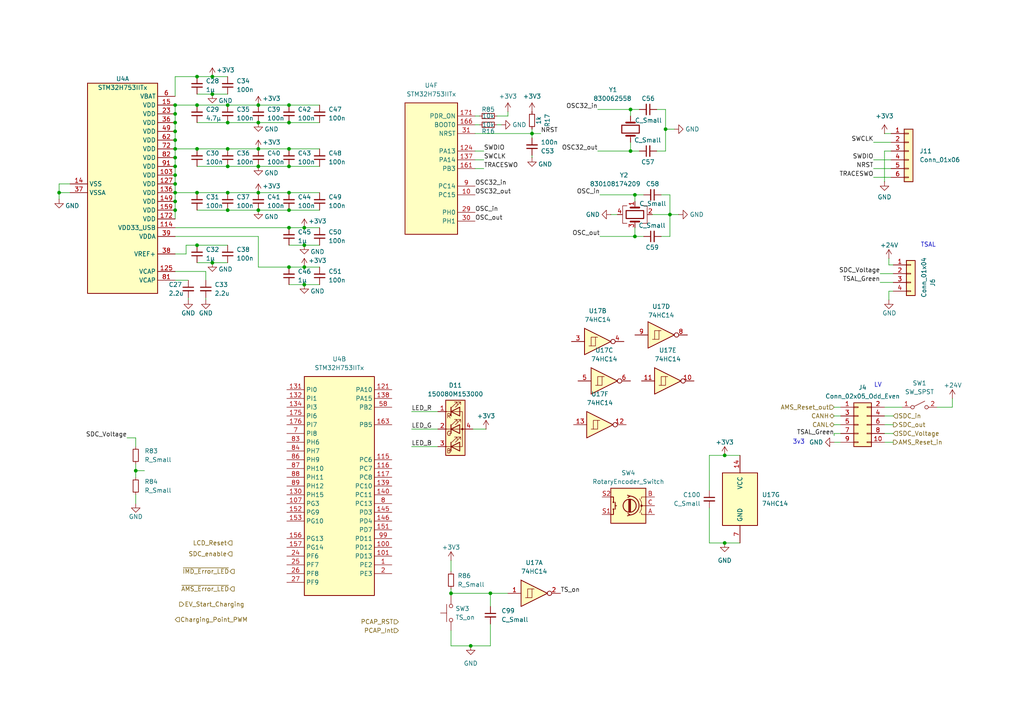
<source format=kicad_sch>
(kicad_sch
	(version 20231120)
	(generator "eeschema")
	(generator_version "8.0")
	(uuid "35b8a975-a1f8-4a47-8395-8e1ea283b386")
	(paper "A4")
	
	(junction
		(at 50.8 58.42)
		(diameter 0)
		(color 0 0 0 0)
		(uuid "0639ff6d-0fa4-4a92-9101-ae69b2e89fd2")
	)
	(junction
		(at 130.81 172.085)
		(diameter 0)
		(color 0 0 0 0)
		(uuid "0da62957-c2c4-4942-91bd-ffb8d4251c5e")
	)
	(junction
		(at 61.595 22.225)
		(diameter 0)
		(color 0 0 0 0)
		(uuid "0fb52946-5285-4acc-80fc-8023aaa28b8f")
	)
	(junction
		(at 57.15 30.48)
		(diameter 0)
		(color 0 0 0 0)
		(uuid "1277a601-4d5f-42fb-a0c5-a1f18ba0016e")
	)
	(junction
		(at 17.145 55.88)
		(diameter 0)
		(color 0 0 0 0)
		(uuid "2796a69f-5a9c-488e-9ca8-97c62d488f95")
	)
	(junction
		(at 210.185 132.08)
		(diameter 0)
		(color 0 0 0 0)
		(uuid "32af624e-2218-4443-87a1-2186e9d667d8")
	)
	(junction
		(at 39.37 136.525)
		(diameter 0)
		(color 0 0 0 0)
		(uuid "38d409b5-2312-4643-b1fc-fd0131fce598")
	)
	(junction
		(at 57.15 55.88)
		(diameter 0)
		(color 0 0 0 0)
		(uuid "3a44a5b6-35e6-477b-bf34-724cef99df7e")
	)
	(junction
		(at 50.8 30.48)
		(diameter 0)
		(color 0 0 0 0)
		(uuid "3b2e415b-e57a-4f5e-b680-987d6e0ee75d")
	)
	(junction
		(at 66.04 43.18)
		(diameter 0)
		(color 0 0 0 0)
		(uuid "412c5816-2822-46ca-a32f-61cb431bfe1e")
	)
	(junction
		(at 50.8 33.02)
		(diameter 0)
		(color 0 0 0 0)
		(uuid "430d2d22-0f07-45e6-a066-ebb18e98b45d")
	)
	(junction
		(at 83.82 77.47)
		(diameter 0)
		(color 0 0 0 0)
		(uuid "432f5d77-435d-4ec6-8d84-c3578eca972e")
	)
	(junction
		(at 74.93 48.26)
		(diameter 0)
		(color 0 0 0 0)
		(uuid "43f5a8a8-38be-4f74-81aa-71bbc42e5709")
	)
	(junction
		(at 88.265 82.55)
		(diameter 0)
		(color 0 0 0 0)
		(uuid "4904ae19-57ee-4766-a793-026af6184969")
	)
	(junction
		(at 50.8 55.88)
		(diameter 0)
		(color 0 0 0 0)
		(uuid "4a33e8c1-b15f-4db0-b29d-1dd2148aad9a")
	)
	(junction
		(at 74.93 55.88)
		(diameter 0)
		(color 0 0 0 0)
		(uuid "4bd9b2ee-526d-4e54-8543-852c7a6f1074")
	)
	(junction
		(at 50.8 38.1)
		(diameter 0)
		(color 0 0 0 0)
		(uuid "4bef900f-dc66-42af-b560-e8cc8d6a6bce")
	)
	(junction
		(at 50.8 35.56)
		(diameter 0)
		(color 0 0 0 0)
		(uuid "4c2b925c-0792-420d-8f18-1f562d9b6ba2")
	)
	(junction
		(at 88.265 71.12)
		(diameter 0)
		(color 0 0 0 0)
		(uuid "4ff38491-b732-4bec-930a-4ca407ceb858")
	)
	(junction
		(at 193.04 37.465)
		(diameter 0)
		(color 0 0 0 0)
		(uuid "556ed635-fced-44e3-845c-f708c990d149")
	)
	(junction
		(at 210.185 157.48)
		(diameter 0)
		(color 0 0 0 0)
		(uuid "57546ade-761b-45ef-9890-daec7eb5d082")
	)
	(junction
		(at 83.82 66.04)
		(diameter 0)
		(color 0 0 0 0)
		(uuid "58f143f7-5a5b-4ff8-89cf-03a63964eb53")
	)
	(junction
		(at 184.15 56.515)
		(diameter 0)
		(color 0 0 0 0)
		(uuid "592f8bd9-4310-4fe4-b840-3718d5a08ff0")
	)
	(junction
		(at 74.93 35.56)
		(diameter 0)
		(color 0 0 0 0)
		(uuid "5a46c399-0f9f-4049-86b9-32bfb792b0a4")
	)
	(junction
		(at 57.15 22.225)
		(diameter 0)
		(color 0 0 0 0)
		(uuid "5ee7831a-b9cd-4699-8b90-ccd7a33a516a")
	)
	(junction
		(at 83.82 60.96)
		(diameter 0)
		(color 0 0 0 0)
		(uuid "62af3ba4-2380-4137-9c4c-8f703fa148db")
	)
	(junction
		(at 74.93 30.48)
		(diameter 0)
		(color 0 0 0 0)
		(uuid "6b4ae941-68bd-4806-b564-6051c3e374f6")
	)
	(junction
		(at 50.8 45.72)
		(diameter 0)
		(color 0 0 0 0)
		(uuid "6e7d6e8b-008e-46f2-97bf-300e301fcdc5")
	)
	(junction
		(at 61.595 27.305)
		(diameter 0)
		(color 0 0 0 0)
		(uuid "84972f59-b0b8-441f-aae9-7917b0ac015f")
	)
	(junction
		(at 74.93 43.18)
		(diameter 0)
		(color 0 0 0 0)
		(uuid "84d185bd-171c-460f-91bf-66aa757880e7")
	)
	(junction
		(at 66.04 35.56)
		(diameter 0)
		(color 0 0 0 0)
		(uuid "8a3e42ba-433e-476e-bec8-923cd84f46fb")
	)
	(junction
		(at 50.8 50.8)
		(diameter 0)
		(color 0 0 0 0)
		(uuid "93864b3d-3224-4702-bf3d-2ed04340069c")
	)
	(junction
		(at 88.265 77.47)
		(diameter 0)
		(color 0 0 0 0)
		(uuid "9e0818cf-2913-43d0-81ad-5fd7c6a3ddb1")
	)
	(junction
		(at 136.525 187.325)
		(diameter 0)
		(color 0 0 0 0)
		(uuid "a2af58c6-5f1e-4b3e-b0c0-12a279005486")
	)
	(junction
		(at 66.04 48.26)
		(diameter 0)
		(color 0 0 0 0)
		(uuid "a8da62c7-b5b2-4a05-8568-ce944b258201")
	)
	(junction
		(at 184.15 68.58)
		(diameter 0)
		(color 0 0 0 0)
		(uuid "ac9f37a4-8446-4a5b-a6ff-9f608799a097")
	)
	(junction
		(at 50.8 48.26)
		(diameter 0)
		(color 0 0 0 0)
		(uuid "b510fd1a-117a-465f-a751-9a561bd2ac96")
	)
	(junction
		(at 50.8 40.64)
		(diameter 0)
		(color 0 0 0 0)
		(uuid "b530e2a2-741c-4c76-ace0-7d60e6d206ce")
	)
	(junction
		(at 83.82 55.88)
		(diameter 0)
		(color 0 0 0 0)
		(uuid "bca7b570-75fa-40a7-a5dd-b415eee9e6fa")
	)
	(junction
		(at 83.82 48.26)
		(diameter 0)
		(color 0 0 0 0)
		(uuid "bcf0274b-9b82-4ddd-b442-da13a9d22e46")
	)
	(junction
		(at 57.15 71.12)
		(diameter 0)
		(color 0 0 0 0)
		(uuid "bdeb1722-eb35-4647-a7e0-350ed2e01785")
	)
	(junction
		(at 194.31 62.23)
		(diameter 0)
		(color 0 0 0 0)
		(uuid "c2234057-b903-484a-a2e3-a32a8859901c")
	)
	(junction
		(at 74.93 60.96)
		(diameter 0)
		(color 0 0 0 0)
		(uuid "c55b6c0a-705b-4ad7-afc8-beda683bc62e")
	)
	(junction
		(at 57.15 43.18)
		(diameter 0)
		(color 0 0 0 0)
		(uuid "ced6b67c-b589-447b-b173-eb3d5278bd77")
	)
	(junction
		(at 88.265 66.04)
		(diameter 0)
		(color 0 0 0 0)
		(uuid "ceeeb9fd-c3cf-438c-9822-df85739f3524")
	)
	(junction
		(at 154.305 38.735)
		(diameter 0)
		(color 0 0 0 0)
		(uuid "d01fb329-49c1-4312-9a86-8c2522e92a75")
	)
	(junction
		(at 182.88 43.815)
		(diameter 0)
		(color 0 0 0 0)
		(uuid "d62f36d0-5342-483c-96b2-d979dd1cfd28")
	)
	(junction
		(at 182.88 31.75)
		(diameter 0)
		(color 0 0 0 0)
		(uuid "d7b6fc6c-855c-4ad5-b8db-ffb1631d4d8e")
	)
	(junction
		(at 61.595 76.2)
		(diameter 0)
		(color 0 0 0 0)
		(uuid "dc976682-daa7-427b-b632-e4e6f1b2f4a5")
	)
	(junction
		(at 142.24 172.085)
		(diameter 0)
		(color 0 0 0 0)
		(uuid "ddd035ed-81df-49e3-9245-82755440f4a5")
	)
	(junction
		(at 50.8 53.34)
		(diameter 0)
		(color 0 0 0 0)
		(uuid "e0d34c7c-a2c8-4d45-a4be-7edc074c7759")
	)
	(junction
		(at 83.82 30.48)
		(diameter 0)
		(color 0 0 0 0)
		(uuid "e6ae9a3e-d48c-4e18-9235-74fe81b4c978")
	)
	(junction
		(at 50.8 60.96)
		(diameter 0)
		(color 0 0 0 0)
		(uuid "eea696d1-0980-4f7d-9ba9-1ff3dcb2b606")
	)
	(junction
		(at 66.04 55.88)
		(diameter 0)
		(color 0 0 0 0)
		(uuid "f3f74bf6-10b1-4218-bfb6-61ef3118c054")
	)
	(junction
		(at 66.04 60.96)
		(diameter 0)
		(color 0 0 0 0)
		(uuid "f5150f2b-4683-49e5-a470-3066104142ee")
	)
	(junction
		(at 50.8 43.18)
		(diameter 0)
		(color 0 0 0 0)
		(uuid "f5abb69e-3023-40b6-8c88-ffed31815111")
	)
	(junction
		(at 66.04 30.48)
		(diameter 0)
		(color 0 0 0 0)
		(uuid "f71381d7-d154-4117-8ffa-0d9e641e8953")
	)
	(junction
		(at 83.82 43.18)
		(diameter 0)
		(color 0 0 0 0)
		(uuid "fa07ce36-60e8-4ebb-8b80-5cc0f863054d")
	)
	(junction
		(at 83.82 35.56)
		(diameter 0)
		(color 0 0 0 0)
		(uuid "fea021c6-6169-4cbd-bd9b-0c0e6e7bdfc0")
	)
	(wire
		(pts
			(xy 17.145 53.34) (xy 17.145 55.88)
		)
		(stroke
			(width 0)
			(type default)
		)
		(uuid "032e93c1-425f-4fcb-aba6-03ae1c74082b")
	)
	(wire
		(pts
			(xy 50.8 48.26) (xy 50.8 50.8)
		)
		(stroke
			(width 0)
			(type default)
		)
		(uuid "04debeef-549a-4c39-927b-69f1f0139e70")
	)
	(wire
		(pts
			(xy 119.38 129.54) (xy 127 129.54)
		)
		(stroke
			(width 0)
			(type default)
		)
		(uuid "05c2eb4c-a567-4a7b-9a8b-6cba89516905")
	)
	(wire
		(pts
			(xy 210.185 132.08) (xy 205.74 132.08)
		)
		(stroke
			(width 0)
			(type default)
		)
		(uuid "07a82d9a-9ca8-4d08-8726-f180541b7083")
	)
	(wire
		(pts
			(xy 83.82 82.55) (xy 88.265 82.55)
		)
		(stroke
			(width 0)
			(type default)
		)
		(uuid "0897e0f0-120b-400e-bb14-897e40e7b02d")
	)
	(wire
		(pts
			(xy 50.8 43.18) (xy 50.8 45.72)
		)
		(stroke
			(width 0)
			(type default)
		)
		(uuid "097118d6-edc8-4348-b70f-10344c435092")
	)
	(wire
		(pts
			(xy 276.225 118.11) (xy 271.78 118.11)
		)
		(stroke
			(width 0)
			(type default)
		)
		(uuid "0abfaed6-42e2-4ebd-ac06-07b93585aba9")
	)
	(wire
		(pts
			(xy 142.24 172.085) (xy 147.32 172.085)
		)
		(stroke
			(width 0)
			(type default)
		)
		(uuid "0e5f22db-72f3-49e0-b658-3e455ab37c78")
	)
	(wire
		(pts
			(xy 193.04 31.75) (xy 190.5 31.75)
		)
		(stroke
			(width 0)
			(type default)
		)
		(uuid "0f6e8366-0d81-4da7-9f30-62173a06d853")
	)
	(wire
		(pts
			(xy 173.355 43.815) (xy 182.88 43.815)
		)
		(stroke
			(width 0)
			(type default)
		)
		(uuid "0f761e8c-44a9-43ba-8303-ba52fba04da2")
	)
	(wire
		(pts
			(xy 83.82 30.48) (xy 92.71 30.48)
		)
		(stroke
			(width 0)
			(type default)
		)
		(uuid "0fa1f5e0-0ffe-4f7d-bf74-e541cdb35448")
	)
	(wire
		(pts
			(xy 57.15 27.305) (xy 61.595 27.305)
		)
		(stroke
			(width 0)
			(type default)
		)
		(uuid "104524c5-4e85-46bb-8fcf-6e42d9b60b65")
	)
	(wire
		(pts
			(xy 182.88 41.275) (xy 182.88 43.815)
		)
		(stroke
			(width 0)
			(type default)
		)
		(uuid "11e88f10-3504-432d-b8ed-d3a2e1236c08")
	)
	(wire
		(pts
			(xy 205.74 147.32) (xy 205.74 157.48)
		)
		(stroke
			(width 0)
			(type default)
		)
		(uuid "12993ed2-1dc1-4d0e-86ff-959c1d8c40f6")
	)
	(wire
		(pts
			(xy 185.42 31.75) (xy 182.88 31.75)
		)
		(stroke
			(width 0)
			(type default)
		)
		(uuid "13465972-5b15-4360-a8d8-10dafd7f715f")
	)
	(wire
		(pts
			(xy 50.8 78.74) (xy 59.69 78.74)
		)
		(stroke
			(width 0)
			(type default)
		)
		(uuid "148b4878-4176-450e-a5d5-e6bfe383516f")
	)
	(wire
		(pts
			(xy 276.225 115.57) (xy 276.225 118.11)
		)
		(stroke
			(width 0)
			(type default)
		)
		(uuid "149f6158-2d55-4904-9005-6a7af8f5b0bd")
	)
	(wire
		(pts
			(xy 50.8 68.58) (xy 74.93 68.58)
		)
		(stroke
			(width 0)
			(type default)
		)
		(uuid "17aaff2b-efe1-44db-8c2b-80df99259895")
	)
	(wire
		(pts
			(xy 257.81 86.995) (xy 257.81 84.455)
		)
		(stroke
			(width 0)
			(type default)
		)
		(uuid "17af4a42-5d6e-4b1d-a623-823e298f89ff")
	)
	(wire
		(pts
			(xy 88.265 66.04) (xy 92.71 66.04)
		)
		(stroke
			(width 0)
			(type default)
		)
		(uuid "1a1d5fa7-6a93-453f-bf03-bdc034a2e77b")
	)
	(wire
		(pts
			(xy 83.82 55.88) (xy 92.71 55.88)
		)
		(stroke
			(width 0)
			(type default)
		)
		(uuid "1c4dff5e-c946-4edf-b17e-21144a60469e")
	)
	(wire
		(pts
			(xy 241.935 120.65) (xy 243.84 120.65)
		)
		(stroke
			(width 0)
			(type default)
		)
		(uuid "1d2e0e02-2515-4d66-aeb3-65162d89a3f4")
	)
	(wire
		(pts
			(xy 147.32 33.655) (xy 144.145 33.655)
		)
		(stroke
			(width 0)
			(type default)
		)
		(uuid "1f04f8da-308f-4d4b-b645-ba6a9e3ab5d0")
	)
	(wire
		(pts
			(xy 66.04 30.48) (xy 74.93 30.48)
		)
		(stroke
			(width 0)
			(type default)
		)
		(uuid "1faf3668-c96e-4421-a896-b7c77f08f668")
	)
	(wire
		(pts
			(xy 50.8 81.28) (xy 54.61 81.28)
		)
		(stroke
			(width 0)
			(type default)
		)
		(uuid "1ffb5664-1168-4c3c-85d6-4fdbdf0c4e6e")
	)
	(wire
		(pts
			(xy 255.27 79.375) (xy 259.08 79.375)
		)
		(stroke
			(width 0)
			(type default)
		)
		(uuid "24d23fd4-dde8-468b-82b9-b8390fc82a84")
	)
	(wire
		(pts
			(xy 173.99 68.58) (xy 184.15 68.58)
		)
		(stroke
			(width 0)
			(type default)
		)
		(uuid "253dfb7b-e994-492e-9366-0b579cd2b921")
	)
	(wire
		(pts
			(xy 137.795 48.895) (xy 140.335 48.895)
		)
		(stroke
			(width 0)
			(type default)
		)
		(uuid "2648ca35-0d3b-41fc-a0c7-4426c47646af")
	)
	(wire
		(pts
			(xy 154.305 37.465) (xy 154.305 38.735)
		)
		(stroke
			(width 0)
			(type default)
		)
		(uuid "26c33951-823a-4537-8b37-6d067360a301")
	)
	(wire
		(pts
			(xy 50.8 22.225) (xy 57.15 22.225)
		)
		(stroke
			(width 0)
			(type default)
		)
		(uuid "309416c5-01a5-479d-b151-4aa15c679aae")
	)
	(wire
		(pts
			(xy 74.93 77.47) (xy 83.82 77.47)
		)
		(stroke
			(width 0)
			(type default)
		)
		(uuid "310b3c16-f636-42e3-92d9-8323bba36848")
	)
	(wire
		(pts
			(xy 66.04 35.56) (xy 74.93 35.56)
		)
		(stroke
			(width 0)
			(type default)
		)
		(uuid "330ea2aa-85e8-4ceb-99f4-7100f8ce0417")
	)
	(wire
		(pts
			(xy 154.305 38.735) (xy 156.845 38.735)
		)
		(stroke
			(width 0)
			(type default)
		)
		(uuid "347806f3-c012-4e14-b373-8933bd8734e0")
	)
	(wire
		(pts
			(xy 61.595 22.225) (xy 66.04 22.225)
		)
		(stroke
			(width 0)
			(type default)
		)
		(uuid "36718045-fcd1-41c9-be9f-27d2b1210fea")
	)
	(wire
		(pts
			(xy 66.04 55.88) (xy 74.93 55.88)
		)
		(stroke
			(width 0)
			(type default)
		)
		(uuid "36d2f170-42d7-42b6-bedf-1e807c2cdfa4")
	)
	(wire
		(pts
			(xy 50.8 40.64) (xy 50.8 43.18)
		)
		(stroke
			(width 0)
			(type default)
		)
		(uuid "3ef07bc0-0d1b-4958-a3ce-4224cfe09f5c")
	)
	(wire
		(pts
			(xy 137.795 36.195) (xy 139.065 36.195)
		)
		(stroke
			(width 0)
			(type default)
		)
		(uuid "403943a3-7606-4350-b9f9-7a83a426e950")
	)
	(wire
		(pts
			(xy 57.15 71.12) (xy 66.04 71.12)
		)
		(stroke
			(width 0)
			(type default)
		)
		(uuid "41a4017a-ed14-481c-94d2-358f975fdabf")
	)
	(wire
		(pts
			(xy 142.24 180.975) (xy 142.24 187.325)
		)
		(stroke
			(width 0)
			(type default)
		)
		(uuid "42a6c1c1-0bec-4a64-ba97-022485632b2c")
	)
	(wire
		(pts
			(xy 88.265 77.47) (xy 92.71 77.47)
		)
		(stroke
			(width 0)
			(type default)
		)
		(uuid "4744999c-668b-4ef7-aadc-3605c6b773bc")
	)
	(wire
		(pts
			(xy 241.935 125.73) (xy 243.84 125.73)
		)
		(stroke
			(width 0)
			(type default)
		)
		(uuid "4a8c75fc-97c8-4a4c-ae30-d2dd3740701b")
	)
	(wire
		(pts
			(xy 83.82 66.04) (xy 88.265 66.04)
		)
		(stroke
			(width 0)
			(type default)
		)
		(uuid "4b920d01-933a-491c-99e7-03b14beb823a")
	)
	(wire
		(pts
			(xy 20.32 55.88) (xy 17.145 55.88)
		)
		(stroke
			(width 0)
			(type default)
		)
		(uuid "4d5c3bc0-56ca-42fc-9e4b-f425c7170797")
	)
	(wire
		(pts
			(xy 53.975 73.66) (xy 53.975 71.12)
		)
		(stroke
			(width 0)
			(type default)
		)
		(uuid "50907a1c-ae3b-4cb2-8b1f-a2bbd698e6e7")
	)
	(wire
		(pts
			(xy 193.04 37.465) (xy 193.04 31.75)
		)
		(stroke
			(width 0)
			(type default)
		)
		(uuid "50b98742-cad0-4c19-a7a0-a62a29ac5fcc")
	)
	(wire
		(pts
			(xy 39.37 146.05) (xy 39.37 143.51)
		)
		(stroke
			(width 0)
			(type default)
		)
		(uuid "55392592-7026-4f7e-ac69-d16b34d6c332")
	)
	(wire
		(pts
			(xy 186.69 56.515) (xy 184.15 56.515)
		)
		(stroke
			(width 0)
			(type default)
		)
		(uuid "555e9d66-742b-4eec-a060-e02888a73929")
	)
	(wire
		(pts
			(xy 137.795 43.815) (xy 140.335 43.815)
		)
		(stroke
			(width 0)
			(type default)
		)
		(uuid "57d04a43-6d2e-4867-91ea-a8b774abf2a0")
	)
	(wire
		(pts
			(xy 184.15 56.515) (xy 184.15 58.42)
		)
		(stroke
			(width 0)
			(type default)
		)
		(uuid "5a7fb71b-fa03-4ad2-9d6d-61e0ee9e0398")
	)
	(wire
		(pts
			(xy 61.595 76.2) (xy 66.04 76.2)
		)
		(stroke
			(width 0)
			(type default)
		)
		(uuid "5aff9e20-a3fa-44e2-b265-1bacc7296e59")
	)
	(wire
		(pts
			(xy 154.305 40.005) (xy 154.305 38.735)
		)
		(stroke
			(width 0)
			(type default)
		)
		(uuid "60b71a6b-1157-4946-bc97-0a3329be562e")
	)
	(wire
		(pts
			(xy 210.185 157.48) (xy 214.63 157.48)
		)
		(stroke
			(width 0)
			(type default)
		)
		(uuid "6135ec72-54f1-443e-a5b5-c37342bd387e")
	)
	(wire
		(pts
			(xy 74.93 30.48) (xy 83.82 30.48)
		)
		(stroke
			(width 0)
			(type default)
		)
		(uuid "6303d52b-100d-46f3-a928-30836b82f1cc")
	)
	(wire
		(pts
			(xy 83.82 48.26) (xy 92.71 48.26)
		)
		(stroke
			(width 0)
			(type default)
		)
		(uuid "6396b971-f44f-406f-9e4e-0613cb6bf000")
	)
	(wire
		(pts
			(xy 130.81 172.72) (xy 130.81 172.085)
		)
		(stroke
			(width 0)
			(type default)
		)
		(uuid "64e3a189-c1ad-459d-995d-a0035f523f27")
	)
	(wire
		(pts
			(xy 39.37 136.525) (xy 41.91 136.525)
		)
		(stroke
			(width 0)
			(type default)
		)
		(uuid "6625ace8-7df0-49fe-be18-552f69797353")
	)
	(wire
		(pts
			(xy 57.15 35.56) (xy 66.04 35.56)
		)
		(stroke
			(width 0)
			(type default)
		)
		(uuid "6806237e-7ade-4701-8b03-154f1dcd585d")
	)
	(wire
		(pts
			(xy 50.8 55.88) (xy 50.8 58.42)
		)
		(stroke
			(width 0)
			(type default)
		)
		(uuid "6a586c9f-68a8-4812-82a9-a5e31d2a3515")
	)
	(wire
		(pts
			(xy 137.16 124.46) (xy 140.97 124.46)
		)
		(stroke
			(width 0)
			(type default)
		)
		(uuid "6d45df03-d4db-468d-b940-85424d61490f")
	)
	(wire
		(pts
			(xy 147.32 32.385) (xy 147.32 33.655)
		)
		(stroke
			(width 0)
			(type default)
		)
		(uuid "6d4f3bce-43e5-4382-80fd-e1bf727cadaf")
	)
	(wire
		(pts
			(xy 255.27 81.915) (xy 259.08 81.915)
		)
		(stroke
			(width 0)
			(type default)
		)
		(uuid "6e4c3d8c-0039-454c-9ed5-ebed97a25dfd")
	)
	(wire
		(pts
			(xy 194.31 68.58) (xy 194.31 62.23)
		)
		(stroke
			(width 0)
			(type default)
		)
		(uuid "6e65cf2f-79a8-42d3-a1d9-dc3348bdfd63")
	)
	(wire
		(pts
			(xy 256.54 43.815) (xy 258.445 43.815)
		)
		(stroke
			(width 0)
			(type default)
		)
		(uuid "6f73b510-add9-447a-a656-606690f47875")
	)
	(wire
		(pts
			(xy 184.15 68.58) (xy 186.69 68.58)
		)
		(stroke
			(width 0)
			(type default)
		)
		(uuid "703d9349-c8a4-4a59-8d3d-5b12a6be4b90")
	)
	(wire
		(pts
			(xy 53.975 71.12) (xy 57.15 71.12)
		)
		(stroke
			(width 0)
			(type default)
		)
		(uuid "73b6ecd5-6c6d-4016-bd27-0a2d8d9f1dcb")
	)
	(wire
		(pts
			(xy 83.82 77.47) (xy 88.265 77.47)
		)
		(stroke
			(width 0)
			(type default)
		)
		(uuid "75c1b770-6d91-48ed-b5bb-2a7474ec1302")
	)
	(wire
		(pts
			(xy 83.82 35.56) (xy 92.71 35.56)
		)
		(stroke
			(width 0)
			(type default)
		)
		(uuid "79b4f1a0-ad3e-42ad-8d4d-96fdacee2d98")
	)
	(wire
		(pts
			(xy 50.8 73.66) (xy 53.975 73.66)
		)
		(stroke
			(width 0)
			(type default)
		)
		(uuid "7af938fc-d107-4e8b-b420-77fc02771c52")
	)
	(wire
		(pts
			(xy 173.99 56.515) (xy 184.15 56.515)
		)
		(stroke
			(width 0)
			(type default)
		)
		(uuid "83a55d68-4ab7-4179-9354-0c5cc77b1c73")
	)
	(wire
		(pts
			(xy 66.04 48.26) (xy 74.93 48.26)
		)
		(stroke
			(width 0)
			(type default)
		)
		(uuid "84e3fdd0-3727-441e-a756-9e0c64b0f45f")
	)
	(wire
		(pts
			(xy 136.525 187.325) (xy 142.24 187.325)
		)
		(stroke
			(width 0)
			(type default)
		)
		(uuid "86313ec9-c45c-40da-8b43-e3bfab508203")
	)
	(wire
		(pts
			(xy 137.795 46.355) (xy 140.335 46.355)
		)
		(stroke
			(width 0)
			(type default)
		)
		(uuid "88b8f5b6-3715-41e0-a3a8-0d0e3a6c1e02")
	)
	(wire
		(pts
			(xy 214.63 132.08) (xy 210.185 132.08)
		)
		(stroke
			(width 0)
			(type default)
		)
		(uuid "89e32d00-bc94-4885-82e0-5dd30728688e")
	)
	(wire
		(pts
			(xy 50.8 66.04) (xy 83.82 66.04)
		)
		(stroke
			(width 0)
			(type default)
		)
		(uuid "8b6d86c8-a76b-4172-a3e3-318a9ff50aa3")
	)
	(wire
		(pts
			(xy 119.38 119.38) (xy 127 119.38)
		)
		(stroke
			(width 0)
			(type default)
		)
		(uuid "8ebbf762-fbce-49fe-bfeb-dcdacafb24c4")
	)
	(wire
		(pts
			(xy 253.365 46.355) (xy 258.445 46.355)
		)
		(stroke
			(width 0)
			(type default)
		)
		(uuid "9010c615-b8dc-48be-91ed-68e32181e1d7")
	)
	(wire
		(pts
			(xy 184.15 66.04) (xy 184.15 68.58)
		)
		(stroke
			(width 0)
			(type default)
		)
		(uuid "901b9b2d-ac73-44b7-895b-ec05897b6639")
	)
	(wire
		(pts
			(xy 194.31 62.23) (xy 196.85 62.23)
		)
		(stroke
			(width 0)
			(type default)
		)
		(uuid "9093e411-b067-4966-8fa8-328292f3ebea")
	)
	(wire
		(pts
			(xy 50.8 53.34) (xy 50.8 55.88)
		)
		(stroke
			(width 0)
			(type default)
		)
		(uuid "90b8ebde-31c8-4847-a287-5f7fd9675ba3")
	)
	(wire
		(pts
			(xy 243.84 128.27) (xy 241.935 128.27)
		)
		(stroke
			(width 0)
			(type default)
		)
		(uuid "91741062-b740-4586-b9f4-922451ae440c")
	)
	(wire
		(pts
			(xy 88.265 71.12) (xy 92.71 71.12)
		)
		(stroke
			(width 0)
			(type default)
		)
		(uuid "973662df-2e27-4c95-a259-713a9d128e46")
	)
	(wire
		(pts
			(xy 205.74 132.08) (xy 205.74 142.24)
		)
		(stroke
			(width 0)
			(type default)
		)
		(uuid "978df144-cdde-4d69-8b01-c4fe7024360a")
	)
	(wire
		(pts
			(xy 182.88 43.815) (xy 185.42 43.815)
		)
		(stroke
			(width 0)
			(type default)
		)
		(uuid "97ede80a-b5b1-4149-b441-4a9a24261021")
	)
	(wire
		(pts
			(xy 17.145 55.88) (xy 17.145 57.785)
		)
		(stroke
			(width 0)
			(type default)
		)
		(uuid "98d5f97d-76ee-4339-9fcb-0aad1bffdd91")
	)
	(wire
		(pts
			(xy 257.81 74.93) (xy 257.81 76.835)
		)
		(stroke
			(width 0)
			(type default)
		)
		(uuid "9b45f6d1-d5f6-49df-b13f-a61d564c7e69")
	)
	(wire
		(pts
			(xy 194.31 62.23) (xy 189.23 62.23)
		)
		(stroke
			(width 0)
			(type default)
		)
		(uuid "9cc1ff3f-cefe-4a7e-b237-e926d6edbe05")
	)
	(wire
		(pts
			(xy 257.81 76.835) (xy 259.08 76.835)
		)
		(stroke
			(width 0)
			(type default)
		)
		(uuid "9d514266-0ddd-4350-a00d-f23dcaf52f6f")
	)
	(wire
		(pts
			(xy 241.935 126.365) (xy 241.935 125.73)
		)
		(stroke
			(width 0)
			(type default)
		)
		(uuid "9f544dbe-c4bf-4ea9-ae26-92987485c5f5")
	)
	(wire
		(pts
			(xy 50.8 45.72) (xy 50.8 48.26)
		)
		(stroke
			(width 0)
			(type default)
		)
		(uuid "9f9ae461-b89c-4786-9861-dda1960da6f7")
	)
	(wire
		(pts
			(xy 57.15 22.225) (xy 61.595 22.225)
		)
		(stroke
			(width 0)
			(type default)
		)
		(uuid "a10ab475-065e-44da-aa1e-4acd1b79678e")
	)
	(wire
		(pts
			(xy 74.93 60.96) (xy 83.82 60.96)
		)
		(stroke
			(width 0)
			(type default)
		)
		(uuid "a1794c33-030e-4353-b243-ecbb43184f8d")
	)
	(wire
		(pts
			(xy 142.24 172.085) (xy 142.24 175.895)
		)
		(stroke
			(width 0)
			(type default)
		)
		(uuid "a492a2d2-690f-48ce-8b67-44ff70ef9cd0")
	)
	(wire
		(pts
			(xy 83.82 71.12) (xy 88.265 71.12)
		)
		(stroke
			(width 0)
			(type default)
		)
		(uuid "a5b56033-b81b-415f-a7ab-e84f87f8230e")
	)
	(wire
		(pts
			(xy 194.31 62.23) (xy 194.31 56.515)
		)
		(stroke
			(width 0)
			(type default)
		)
		(uuid "a5ffdd7d-d73d-4f19-a48a-67b6dccc47b4")
	)
	(wire
		(pts
			(xy 39.37 129.54) (xy 39.37 127)
		)
		(stroke
			(width 0)
			(type default)
		)
		(uuid "a718020f-1fd0-4ca7-bf42-8f95f5bffabc")
	)
	(wire
		(pts
			(xy 137.795 38.735) (xy 154.305 38.735)
		)
		(stroke
			(width 0)
			(type default)
		)
		(uuid "a7538366-43ba-4f57-a90e-c52e3d942daa")
	)
	(wire
		(pts
			(xy 130.81 187.325) (xy 130.81 182.88)
		)
		(stroke
			(width 0)
			(type default)
		)
		(uuid "a87a4e21-be8f-4c97-aa39-590f7357b5aa")
	)
	(wire
		(pts
			(xy 57.15 30.48) (xy 66.04 30.48)
		)
		(stroke
			(width 0)
			(type default)
		)
		(uuid "a904c53b-8e3e-4bc5-a27f-7383e8f2953d")
	)
	(wire
		(pts
			(xy 256.54 118.11) (xy 261.62 118.11)
		)
		(stroke
			(width 0)
			(type default)
		)
		(uuid "aa32e37b-0a16-4d8d-9d0d-b8b5ce96dcc7")
	)
	(wire
		(pts
			(xy 74.93 35.56) (xy 83.82 35.56)
		)
		(stroke
			(width 0)
			(type default)
		)
		(uuid "abd2ae2c-7f6e-41ad-b5a6-a31e8ed94f3d")
	)
	(wire
		(pts
			(xy 57.15 55.88) (xy 66.04 55.88)
		)
		(stroke
			(width 0)
			(type default)
		)
		(uuid "ae0acb81-b15c-450b-a2ac-387ea9ab04b3")
	)
	(wire
		(pts
			(xy 50.8 43.18) (xy 57.15 43.18)
		)
		(stroke
			(width 0)
			(type default)
		)
		(uuid "aff8a17b-3015-4cf1-8e0d-8ef617a730ba")
	)
	(wire
		(pts
			(xy 193.04 37.465) (xy 195.58 37.465)
		)
		(stroke
			(width 0)
			(type default)
		)
		(uuid "b02cc84c-3b43-429e-8e86-e6e1d1ce361b")
	)
	(wire
		(pts
			(xy 50.8 30.48) (xy 50.8 33.02)
		)
		(stroke
			(width 0)
			(type default)
		)
		(uuid "b1ae31fb-1a94-46ff-a0d3-79e8bfa3c878")
	)
	(wire
		(pts
			(xy 74.93 68.58) (xy 74.93 77.47)
		)
		(stroke
			(width 0)
			(type default)
		)
		(uuid "b1dc4209-40df-4759-aea9-c51c8866f739")
	)
	(wire
		(pts
			(xy 61.595 27.305) (xy 66.04 27.305)
		)
		(stroke
			(width 0)
			(type default)
		)
		(uuid "b3d8913f-1aa7-40ac-99a2-1b72070425a2")
	)
	(wire
		(pts
			(xy 179.07 62.23) (xy 177.165 62.23)
		)
		(stroke
			(width 0)
			(type default)
		)
		(uuid "b44ddd19-f7b2-4443-823a-1c3e203348e6")
	)
	(wire
		(pts
			(xy 130.81 172.085) (xy 130.81 170.815)
		)
		(stroke
			(width 0)
			(type default)
		)
		(uuid "b7cba170-70ae-4972-b3c4-430afeae4177")
	)
	(wire
		(pts
			(xy 50.8 38.1) (xy 50.8 40.64)
		)
		(stroke
			(width 0)
			(type default)
		)
		(uuid "b9134148-0f84-422d-a32b-3fcf769797f7")
	)
	(wire
		(pts
			(xy 257.81 84.455) (xy 259.08 84.455)
		)
		(stroke
			(width 0)
			(type default)
		)
		(uuid "ba6006e7-4dd6-47cd-9a49-d472237f9fca")
	)
	(wire
		(pts
			(xy 130.81 162.56) (xy 130.81 165.735)
		)
		(stroke
			(width 0)
			(type default)
		)
		(uuid "bde2bf9b-c409-43da-8640-f9e35ca25886")
	)
	(wire
		(pts
			(xy 259.08 123.19) (xy 256.54 123.19)
		)
		(stroke
			(width 0)
			(type default)
		)
		(uuid "be3e7755-9ddd-4e14-bf63-c382e9a0fa96")
	)
	(wire
		(pts
			(xy 193.04 43.815) (xy 193.04 37.465)
		)
		(stroke
			(width 0)
			(type default)
		)
		(uuid "c05031d1-c5f7-4e32-97ca-5bd564c91da7")
	)
	(wire
		(pts
			(xy 66.04 43.18) (xy 74.93 43.18)
		)
		(stroke
			(width 0)
			(type default)
		)
		(uuid "c1d25501-d3fe-4f7d-9654-beb2d3627ac7")
	)
	(wire
		(pts
			(xy 39.37 138.43) (xy 39.37 136.525)
		)
		(stroke
			(width 0)
			(type default)
		)
		(uuid "c31f2617-caa5-4a7d-990a-868a5a780034")
	)
	(wire
		(pts
			(xy 50.8 27.94) (xy 50.8 22.225)
		)
		(stroke
			(width 0)
			(type default)
		)
		(uuid "c3796c48-a789-4b20-a083-0e1d425deda3")
	)
	(wire
		(pts
			(xy 253.365 41.275) (xy 258.445 41.275)
		)
		(stroke
			(width 0)
			(type default)
		)
		(uuid "c4cc7595-e852-46e0-a31f-7880cd8d32d8")
	)
	(wire
		(pts
			(xy 259.08 120.65) (xy 256.54 120.65)
		)
		(stroke
			(width 0)
			(type default)
		)
		(uuid "c65c5f2c-0fbe-4cfe-bc9d-11f7ed508b7e")
	)
	(wire
		(pts
			(xy 74.93 48.26) (xy 83.82 48.26)
		)
		(stroke
			(width 0)
			(type default)
		)
		(uuid "c669eee8-cc24-42bd-ab09-308673a75537")
	)
	(wire
		(pts
			(xy 59.69 86.36) (xy 59.69 86.995)
		)
		(stroke
			(width 0)
			(type default)
		)
		(uuid "c68610c4-f28d-43f9-bfa1-f701535aa437")
	)
	(wire
		(pts
			(xy 205.74 157.48) (xy 210.185 157.48)
		)
		(stroke
			(width 0)
			(type default)
		)
		(uuid "c6ac5b37-fed8-4471-a7d6-cd08d01fc0c8")
	)
	(wire
		(pts
			(xy 182.88 31.75) (xy 182.88 33.655)
		)
		(stroke
			(width 0)
			(type default)
		)
		(uuid "c746e32e-dd45-4e64-bb62-4f908a2c0b2f")
	)
	(wire
		(pts
			(xy 50.8 33.02) (xy 50.8 35.56)
		)
		(stroke
			(width 0)
			(type default)
		)
		(uuid "c7bd5086-ca38-44f5-870f-2f752df89d1b")
	)
	(wire
		(pts
			(xy 57.15 43.18) (xy 66.04 43.18)
		)
		(stroke
			(width 0)
			(type default)
		)
		(uuid "ca072fd7-5b8b-471b-929e-2aa276017629")
	)
	(wire
		(pts
			(xy 256.54 52.705) (xy 256.54 43.815)
		)
		(stroke
			(width 0)
			(type default)
		)
		(uuid "cb602a9a-e333-405a-af64-80e46bab2e85")
	)
	(wire
		(pts
			(xy 39.37 136.525) (xy 39.37 134.62)
		)
		(stroke
			(width 0)
			(type default)
		)
		(uuid "cb9574ab-64dd-46d6-a9d1-512c2e4f69a6")
	)
	(wire
		(pts
			(xy 173.355 31.75) (xy 182.88 31.75)
		)
		(stroke
			(width 0)
			(type default)
		)
		(uuid "cd8fa5a3-5d22-4ddb-bd0b-3b2a0b73f9b3")
	)
	(wire
		(pts
			(xy 50.8 55.88) (xy 57.15 55.88)
		)
		(stroke
			(width 0)
			(type default)
		)
		(uuid "cda3a489-d178-47ca-abe0-0bf76d56af84")
	)
	(wire
		(pts
			(xy 50.8 60.96) (xy 50.8 63.5)
		)
		(stroke
			(width 0)
			(type default)
		)
		(uuid "cec41447-85b6-4ac7-b3a5-8aa14144188b")
	)
	(wire
		(pts
			(xy 57.15 60.96) (xy 66.04 60.96)
		)
		(stroke
			(width 0)
			(type default)
		)
		(uuid "d0fa1f4f-f2c3-4549-998f-7bcb2345509c")
	)
	(wire
		(pts
			(xy 256.54 38.735) (xy 258.445 38.735)
		)
		(stroke
			(width 0)
			(type default)
		)
		(uuid "d13cd28e-96c7-44e9-bcf1-4f2af7fb67e9")
	)
	(wire
		(pts
			(xy 154.305 45.085) (xy 154.305 45.72)
		)
		(stroke
			(width 0)
			(type default)
		)
		(uuid "d2e81d6d-e150-4e35-b4a7-c843b4959144")
	)
	(wire
		(pts
			(xy 83.82 60.96) (xy 92.71 60.96)
		)
		(stroke
			(width 0)
			(type default)
		)
		(uuid "d52f6f76-ef25-42a8-ab24-76ceda00ecad")
	)
	(wire
		(pts
			(xy 57.15 76.2) (xy 61.595 76.2)
		)
		(stroke
			(width 0)
			(type default)
		)
		(uuid "d632a0bf-e946-4176-9916-d48012581cbd")
	)
	(wire
		(pts
			(xy 36.83 127) (xy 39.37 127)
		)
		(stroke
			(width 0)
			(type default)
		)
		(uuid "d746fa11-faec-4995-b8cc-48a7bfee6e1d")
	)
	(wire
		(pts
			(xy 119.38 124.46) (xy 127 124.46)
		)
		(stroke
			(width 0)
			(type default)
		)
		(uuid "d7e7fa18-61a0-48c0-b477-7dc555de07c2")
	)
	(wire
		(pts
			(xy 50.8 50.8) (xy 50.8 53.34)
		)
		(stroke
			(width 0)
			(type default)
		)
		(uuid "d8072cc1-08a8-4a90-905e-712192f81eca")
	)
	(wire
		(pts
			(xy 50.8 58.42) (xy 50.8 60.96)
		)
		(stroke
			(width 0)
			(type default)
		)
		(uuid "d8b341ac-5908-4112-9f04-380cbb665643")
	)
	(wire
		(pts
			(xy 17.145 53.34) (xy 20.32 53.34)
		)
		(stroke
			(width 0)
			(type default)
		)
		(uuid "dc8875f4-e90d-41ba-98eb-f6bc189c2a73")
	)
	(wire
		(pts
			(xy 259.08 128.27) (xy 256.54 128.27)
		)
		(stroke
			(width 0)
			(type default)
		)
		(uuid "dcfbe970-5ac3-44c1-a072-27b6663d5232")
	)
	(wire
		(pts
			(xy 50.8 35.56) (xy 50.8 38.1)
		)
		(stroke
			(width 0)
			(type default)
		)
		(uuid "dd73ee35-d392-4efd-8a07-2bf45bf4cec6")
	)
	(wire
		(pts
			(xy 74.93 55.88) (xy 83.82 55.88)
		)
		(stroke
			(width 0)
			(type default)
		)
		(uuid "de7b5edf-77b4-435d-9d0d-948820ce13f4")
	)
	(wire
		(pts
			(xy 256.54 125.73) (xy 259.08 125.73)
		)
		(stroke
			(width 0)
			(type default)
		)
		(uuid "df67d0e7-4cd8-4f2a-98d6-52325d4b6123")
	)
	(wire
		(pts
			(xy 88.265 82.55) (xy 92.71 82.55)
		)
		(stroke
			(width 0)
			(type default)
		)
		(uuid "e40c90e3-bbe3-461e-b749-c0e92b8238ba")
	)
	(wire
		(pts
			(xy 83.82 43.18) (xy 92.71 43.18)
		)
		(stroke
			(width 0)
			(type default)
		)
		(uuid "e4edb694-5767-46f1-bf54-abb8e680e391")
	)
	(wire
		(pts
			(xy 57.15 48.26) (xy 66.04 48.26)
		)
		(stroke
			(width 0)
			(type default)
		)
		(uuid "e86f75e3-a4e6-430a-a759-76344e915001")
	)
	(wire
		(pts
			(xy 74.93 43.18) (xy 83.82 43.18)
		)
		(stroke
			(width 0)
			(type default)
		)
		(uuid "e8db1980-99b4-44a6-a579-f3360393ea66")
	)
	(wire
		(pts
			(xy 144.145 36.195) (xy 145.415 36.195)
		)
		(stroke
			(width 0)
			(type default)
		)
		(uuid "ed778361-f32d-4f64-8730-2db9c518174c")
	)
	(wire
		(pts
			(xy 136.525 187.325) (xy 130.81 187.325)
		)
		(stroke
			(width 0)
			(type default)
		)
		(uuid "ed7d08bb-8790-44d6-bc2e-6963edae3ed0")
	)
	(wire
		(pts
			(xy 190.5 43.815) (xy 193.04 43.815)
		)
		(stroke
			(width 0)
			(type default)
		)
		(uuid "ee89c692-8a9a-4c94-b19d-a04af2ef7d7b")
	)
	(wire
		(pts
			(xy 59.69 78.74) (xy 59.69 81.28)
		)
		(stroke
			(width 0)
			(type default)
		)
		(uuid "ef6a5a82-fea3-422c-a2b8-3bd4ffc3e1c9")
	)
	(wire
		(pts
			(xy 66.04 60.96) (xy 74.93 60.96)
		)
		(stroke
			(width 0)
			(type default)
		)
		(uuid "f40175dc-9032-4eac-9ef0-d9d6467bc0de")
	)
	(wire
		(pts
			(xy 130.81 172.085) (xy 142.24 172.085)
		)
		(stroke
			(width 0)
			(type default)
		)
		(uuid "f84e388b-b0d7-4d57-8753-85b4d2a30ce9")
	)
	(wire
		(pts
			(xy 241.935 118.11) (xy 243.84 118.11)
		)
		(stroke
			(width 0)
			(type default)
		)
		(uuid "f878ad44-de7e-42fe-9a17-9974988a80c5")
	)
	(wire
		(pts
			(xy 253.365 48.895) (xy 258.445 48.895)
		)
		(stroke
			(width 0)
			(type default)
		)
		(uuid "f8973105-6504-4425-b948-d80b6408e343")
	)
	(wire
		(pts
			(xy 54.61 86.36) (xy 54.61 86.995)
		)
		(stroke
			(width 0)
			(type default)
		)
		(uuid "f9d210eb-3ed4-4e5b-82b3-f9a2ad53717d")
	)
	(wire
		(pts
			(xy 241.935 123.19) (xy 243.84 123.19)
		)
		(stroke
			(width 0)
			(type default)
		)
		(uuid "f9f7020a-9b35-44a4-a503-6a47b3ad26b9")
	)
	(wire
		(pts
			(xy 194.31 56.515) (xy 191.77 56.515)
		)
		(stroke
			(width 0)
			(type default)
		)
		(uuid "fa1aef1b-5a73-42af-8f0f-5df2a04bc1e1")
	)
	(wire
		(pts
			(xy 137.795 33.655) (xy 139.065 33.655)
		)
		(stroke
			(width 0)
			(type default)
		)
		(uuid "fa20739c-a9be-4c5c-b88b-16b7765e5148")
	)
	(wire
		(pts
			(xy 50.8 30.48) (xy 57.15 30.48)
		)
		(stroke
			(width 0)
			(type default)
		)
		(uuid "fcc6655f-c036-4a62-a5d6-1a7c59f0cae6")
	)
	(wire
		(pts
			(xy 191.77 68.58) (xy 194.31 68.58)
		)
		(stroke
			(width 0)
			(type default)
		)
		(uuid "ff4fa48a-405e-424e-aeeb-a8830455f2f6")
	)
	(wire
		(pts
			(xy 253.365 51.435) (xy 258.445 51.435)
		)
		(stroke
			(width 0)
			(type default)
		)
		(uuid "fff480cc-019d-481c-87e3-4b2fa3340e6b")
	)
	(text "3v3"
		(exclude_from_sim no)
		(at 229.87 128.27 0)
		(effects
			(font
				(size 1.27 1.27)
			)
			(justify left)
		)
		(uuid "364922e6-446e-413c-878a-bdcedb16435f")
	)
	(text "LV"
		(exclude_from_sim no)
		(at 254.635 111.76 0)
		(effects
			(font
				(size 1.27 1.27)
			)
		)
		(uuid "8e72c987-571c-4fd1-98e2-d688bb9b9a23")
	)
	(text "TSAL"
		(exclude_from_sim no)
		(at 269.24 71.12 0)
		(effects
			(font
				(size 1.27 1.27)
			)
		)
		(uuid "b0e08e63-728e-465b-a9bb-a2354a70eaa5")
	)
	(label "OSC32_in"
		(at 137.795 53.975 0)
		(effects
			(font
				(size 1.27 1.27)
			)
			(justify left bottom)
		)
		(uuid "19813481-9ae3-4037-884b-51625c037e7d")
	)
	(label "SDC_Voltage"
		(at 36.83 127 180)
		(effects
			(font
				(size 1.27 1.27)
			)
			(justify right bottom)
		)
		(uuid "21a5dbef-ac0b-4798-a134-48b51eff2e9f")
	)
	(label "TRACESWO"
		(at 253.365 51.435 180)
		(effects
			(font
				(size 1.27 1.27)
			)
			(justify right bottom)
		)
		(uuid "24d76100-8588-4076-8ece-b0e81c39c707")
	)
	(label "SWCLK"
		(at 140.335 46.355 0)
		(effects
			(font
				(size 1.27 1.27)
			)
			(justify left bottom)
		)
		(uuid "38c12cdd-c83d-4773-af4f-37070012803f")
	)
	(label "LED_R"
		(at 119.38 119.38 0)
		(effects
			(font
				(size 1.27 1.27)
			)
			(justify left bottom)
		)
		(uuid "429e4ec6-3fc9-4ecd-8fa9-b4cc84325fdf")
	)
	(label "TSAL_Green"
		(at 241.935 126.365 180)
		(effects
			(font
				(size 1.27 1.27)
			)
			(justify right bottom)
		)
		(uuid "51e61b87-204d-4bc9-9ab7-72a9b8455cc1")
	)
	(label "OSC_out"
		(at 173.99 68.58 180)
		(effects
			(font
				(size 1.27 1.27)
			)
			(justify right bottom)
		)
		(uuid "7062997f-c65f-40c4-9609-748e0106fb51")
	)
	(label "NRST"
		(at 156.845 38.735 0)
		(effects
			(font
				(size 1.27 1.27)
			)
			(justify left bottom)
		)
		(uuid "8bf8ceed-7afc-4899-946c-f8b28fc005c5")
	)
	(label "OSC_in"
		(at 137.795 61.595 0)
		(effects
			(font
				(size 1.27 1.27)
			)
			(justify left bottom)
		)
		(uuid "947caf57-b711-468d-9307-7eda36798b3e")
	)
	(label "LED_G"
		(at 119.38 124.46 0)
		(effects
			(font
				(size 1.27 1.27)
			)
			(justify left bottom)
		)
		(uuid "95aa0cff-24dd-4737-a845-f949e3cd76f5")
	)
	(label "SWDIO"
		(at 140.335 43.815 0)
		(effects
			(font
				(size 1.27 1.27)
			)
			(justify left bottom)
		)
		(uuid "a3222c70-db07-4f66-b3b2-470afb482b42")
	)
	(label "OSC32_in"
		(at 173.355 31.75 180)
		(effects
			(font
				(size 1.27 1.27)
			)
			(justify right bottom)
		)
		(uuid "a7ce611c-0839-403b-895e-09257ec2cf29")
	)
	(label "SWCLK"
		(at 253.365 41.275 180)
		(effects
			(font
				(size 1.27 1.27)
			)
			(justify right bottom)
		)
		(uuid "acdcf188-c723-414d-98ca-2a7cbd54ad13")
	)
	(label "TSAL_Green"
		(at 255.27 81.915 180)
		(effects
			(font
				(size 1.27 1.27)
			)
			(justify right bottom)
		)
		(uuid "ad528d9a-6eba-4f59-a22d-0f832db4ce9a")
	)
	(label "TS_on"
		(at 162.56 172.085 0)
		(effects
			(font
				(size 1.27 1.27)
			)
			(justify left bottom)
		)
		(uuid "aef269a7-405c-44cc-9bc8-e5bfb9b5a4a4")
	)
	(label "LED_B"
		(at 119.38 129.54 0)
		(effects
			(font
				(size 1.27 1.27)
			)
			(justify left bottom)
		)
		(uuid "afb2a2f5-50c3-46a9-85d2-c210883d812b")
	)
	(label "OSC32_out"
		(at 137.795 56.515 0)
		(effects
			(font
				(size 1.27 1.27)
			)
			(justify left bottom)
		)
		(uuid "bc7a325b-ccdd-4ab5-9672-23e08ada36f1")
	)
	(label "NRST"
		(at 253.365 48.895 180)
		(effects
			(font
				(size 1.27 1.27)
			)
			(justify right bottom)
		)
		(uuid "c4efd0ae-5064-4f03-8132-210dfd1f4611")
	)
	(label "OSC32_out"
		(at 173.355 43.815 180)
		(effects
			(font
				(size 1.27 1.27)
			)
			(justify right bottom)
		)
		(uuid "d025d5fb-f07e-423a-9e7f-f34d3f8e2916")
	)
	(label "OSC_in"
		(at 173.99 56.515 180)
		(effects
			(font
				(size 1.27 1.27)
			)
			(justify right bottom)
		)
		(uuid "ed7b8316-c6c7-4513-8738-4b3fe88b07a8")
	)
	(label "SWDIO"
		(at 253.365 46.355 180)
		(effects
			(font
				(size 1.27 1.27)
			)
			(justify right bottom)
		)
		(uuid "ee38595b-f031-47d4-8749-9e277102dce9")
	)
	(label "OSC_out"
		(at 137.795 64.135 0)
		(effects
			(font
				(size 1.27 1.27)
			)
			(justify left bottom)
		)
		(uuid "f1dcb7a7-b123-4ba7-9a44-091feb79e058")
	)
	(label "SDC_Voltage"
		(at 255.27 79.375 180)
		(effects
			(font
				(size 1.27 1.27)
			)
			(justify right bottom)
		)
		(uuid "f5590377-b2ef-4cd3-89c1-4eeb172f5519")
	)
	(label "TRACESWO"
		(at 140.335 48.895 0)
		(effects
			(font
				(size 1.27 1.27)
			)
			(justify left bottom)
		)
		(uuid "fe147d71-b99b-422e-b4e2-cfc304f92af2")
	)
	(hierarchical_label "Charging_Point_PWM"
		(shape input)
		(at 50.8 179.705 0)
		(effects
			(font
				(size 1.27 1.27)
			)
			(justify left)
		)
		(uuid "04232dbb-9e04-461e-8cc6-42de4d2bf84a")
	)
	(hierarchical_label "EV_Start_Charging"
		(shape output)
		(at 52.07 175.26 0)
		(effects
			(font
				(size 1.27 1.27)
			)
			(justify left)
		)
		(uuid "24cb7397-c589-4878-a802-b6d6df71c9f4")
	)
	(hierarchical_label "PCAP_Int"
		(shape input)
		(at 115.57 182.88 180)
		(effects
			(font
				(size 1.27 1.27)
			)
			(justify right)
		)
		(uuid "388dd824-b8c2-4032-9b91-eb62841a1b70")
	)
	(hierarchical_label "CANH"
		(shape bidirectional)
		(at 241.935 120.65 180)
		(effects
			(font
				(size 1.27 1.27)
			)
			(justify right)
		)
		(uuid "532d970d-3ce1-40f6-9bbd-8a9812ab8adf")
	)
	(hierarchical_label "~{AMS_Error_LED}"
		(shape output)
		(at 67.945 170.815 180)
		(effects
			(font
				(size 1.27 1.27)
			)
			(justify right)
		)
		(uuid "57c7eddb-4f8c-4d8b-aebe-cd1ca8c7a0f8")
	)
	(hierarchical_label "AMS_Reset_out"
		(shape input)
		(at 241.935 118.11 180)
		(effects
			(font
				(size 1.27 1.27)
			)
			(justify right)
		)
		(uuid "80decd22-3bb6-4a69-ace1-237203c8c362")
	)
	(hierarchical_label "SDC_Voltage"
		(shape input)
		(at 259.08 125.73 0)
		(effects
			(font
				(size 1.27 1.27)
			)
			(justify left)
		)
		(uuid "9a5359ea-6c16-4b24-93de-9a9a8e76d99e")
	)
	(hierarchical_label "~{IMD_Error_LED}"
		(shape output)
		(at 67.945 165.735 180)
		(effects
			(font
				(size 1.27 1.27)
			)
			(justify right)
		)
		(uuid "ad94c8a2-22c0-4cff-8042-af1d5b1842c9")
	)
	(hierarchical_label "SDC_enable"
		(shape output)
		(at 67.31 160.655 180)
		(effects
			(font
				(size 1.27 1.27)
			)
			(justify right)
		)
		(uuid "b48ffd18-d8c2-4d57-bada-c52def5bd354")
	)
	(hierarchical_label "CANL"
		(shape bidirectional)
		(at 241.935 123.19 180)
		(effects
			(font
				(size 1.27 1.27)
			)
			(justify right)
		)
		(uuid "cebe22bb-0e78-4a83-8896-f227ffb648b4")
	)
	(hierarchical_label "SDC_in"
		(shape input)
		(at 259.08 120.65 0)
		(effects
			(font
				(size 1.27 1.27)
			)
			(justify left)
		)
		(uuid "e283d5a5-c909-479d-96b7-56e8778b2aa9")
	)
	(hierarchical_label "SDC_out"
		(shape output)
		(at 259.08 123.19 0)
		(effects
			(font
				(size 1.27 1.27)
			)
			(justify left)
		)
		(uuid "e3ad616f-2cab-4a09-ac48-acfc0a186581")
	)
	(hierarchical_label "PCAP_RST"
		(shape input)
		(at 115.57 180.34 180)
		(effects
			(font
				(size 1.27 1.27)
			)
			(justify right)
		)
		(uuid "e972894d-3a19-43d1-a871-eb8a18829e12")
	)
	(hierarchical_label "LCD_Reset"
		(shape output)
		(at 67.31 157.48 180)
		(effects
			(font
				(size 1.27 1.27)
			)
			(justify right)
		)
		(uuid "ec1c98ef-56b0-42ff-a7d4-1c4bb63c47a8")
	)
	(hierarchical_label "AMS_Reset_in"
		(shape output)
		(at 259.08 128.27 0)
		(effects
			(font
				(size 1.27 1.27)
			)
			(justify left)
		)
		(uuid "f9cdf70a-e529-44b3-a1e0-f25636d5519b")
	)
	(symbol
		(lib_id "power:GND")
		(at 241.935 128.27 270)
		(mirror x)
		(unit 1)
		(exclude_from_sim no)
		(in_bom yes)
		(on_board yes)
		(dnp no)
		(fields_autoplaced yes)
		(uuid "05ba8605-d24b-4aff-a283-98c4c613131f")
		(property "Reference" "#PWR065"
			(at 235.585 128.27 0)
			(effects
				(font
					(size 1.27 1.27)
				)
				(hide yes)
			)
		)
		(property "Value" "GND"
			(at 238.76 128.2699 90)
			(effects
				(font
					(size 1.27 1.27)
				)
				(justify right)
			)
		)
		(property "Footprint" ""
			(at 241.935 128.27 0)
... [149623 chars truncated]
</source>
